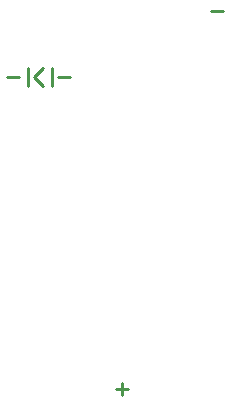
<source format=gto>
G04*
G04 #@! TF.GenerationSoftware,Altium Limited,Altium NEXUS,1.0.9 (89)*
G04*
G04 Layer_Color=65535*
%FSLAX42Y42*%
%MOMM*%
G71*
G01*
G75*
%ADD10C,0.25*%
D10*
X7760Y9080D02*
X7658D01*
X7607Y9157D02*
Y9004D01*
X7531D02*
X7455Y9080D01*
X7531Y9157D01*
X7404D02*
Y9004D01*
X7328Y9080D02*
X7226D01*
X8954Y9639D02*
X9055D01*
X8204Y6388D02*
Y6490D01*
X8153Y6439D02*
X8255D01*
M02*

</source>
